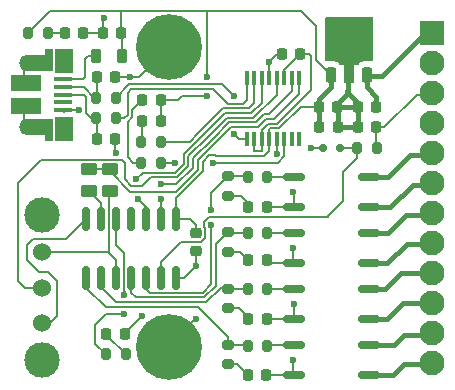
<source format=gbr>
%TF.GenerationSoftware,KiCad,Pcbnew,8.0.3*%
%TF.CreationDate,2024-09-20T11:12:46-04:00*%
%TF.ProjectId,Sequencer,53657175-656e-4636-9572-2e6b69636164,rev?*%
%TF.SameCoordinates,Original*%
%TF.FileFunction,Copper,L1,Top*%
%TF.FilePolarity,Positive*%
%FSLAX46Y46*%
G04 Gerber Fmt 4.6, Leading zero omitted, Abs format (unit mm)*
G04 Created by KiCad (PCBNEW 8.0.3) date 2024-09-20 11:12:46*
%MOMM*%
%LPD*%
G01*
G04 APERTURE LIST*
G04 Aperture macros list*
%AMRoundRect*
0 Rectangle with rounded corners*
0 $1 Rounding radius*
0 $2 $3 $4 $5 $6 $7 $8 $9 X,Y pos of 4 corners*
0 Add a 4 corners polygon primitive as box body*
4,1,4,$2,$3,$4,$5,$6,$7,$8,$9,$2,$3,0*
0 Add four circle primitives for the rounded corners*
1,1,$1+$1,$2,$3*
1,1,$1+$1,$4,$5*
1,1,$1+$1,$6,$7*
1,1,$1+$1,$8,$9*
0 Add four rect primitives between the rounded corners*
20,1,$1+$1,$2,$3,$4,$5,0*
20,1,$1+$1,$4,$5,$6,$7,0*
20,1,$1+$1,$6,$7,$8,$9,0*
20,1,$1+$1,$8,$9,$2,$3,0*%
%AMFreePoly0*
4,1,9,3.862500,-0.866500,0.737500,-0.866500,0.737500,-0.450000,-0.737500,-0.450000,-0.737500,0.450000,0.737500,0.450000,0.737500,0.866500,3.862500,0.866500,3.862500,-0.866500,3.862500,-0.866500,$1*%
G04 Aperture macros list end*
%TA.AperFunction,SMDPad,CuDef*%
%ADD10RoundRect,0.200000X-0.200000X-0.275000X0.200000X-0.275000X0.200000X0.275000X-0.200000X0.275000X0*%
%TD*%
%TA.AperFunction,SMDPad,CuDef*%
%ADD11RoundRect,0.250000X-0.450000X0.262500X-0.450000X-0.262500X0.450000X-0.262500X0.450000X0.262500X0*%
%TD*%
%TA.AperFunction,SMDPad,CuDef*%
%ADD12RoundRect,0.218750X0.218750X0.256250X-0.218750X0.256250X-0.218750X-0.256250X0.218750X-0.256250X0*%
%TD*%
%TA.AperFunction,SMDPad,CuDef*%
%ADD13RoundRect,0.225000X-0.225000X-0.250000X0.225000X-0.250000X0.225000X0.250000X-0.225000X0.250000X0*%
%TD*%
%TA.AperFunction,SMDPad,CuDef*%
%ADD14RoundRect,0.225000X0.225000X0.250000X-0.225000X0.250000X-0.225000X-0.250000X0.225000X-0.250000X0*%
%TD*%
%TA.AperFunction,SMDPad,CuDef*%
%ADD15RoundRect,0.150000X-0.750000X-0.150000X0.750000X-0.150000X0.750000X0.150000X-0.750000X0.150000X0*%
%TD*%
%TA.AperFunction,ComponentPad*%
%ADD16C,1.524000*%
%TD*%
%TA.AperFunction,ComponentPad*%
%ADD17C,3.000000*%
%TD*%
%TA.AperFunction,SMDPad,CuDef*%
%ADD18RoundRect,0.225000X-0.250000X0.225000X-0.250000X-0.225000X0.250000X-0.225000X0.250000X0.225000X0*%
%TD*%
%TA.AperFunction,SMDPad,CuDef*%
%ADD19R,1.650000X0.400000*%
%TD*%
%TA.AperFunction,SMDPad,CuDef*%
%ADD20R,0.700000X1.825000*%
%TD*%
%TA.AperFunction,SMDPad,CuDef*%
%ADD21R,1.500000X2.000000*%
%TD*%
%TA.AperFunction,SMDPad,CuDef*%
%ADD22R,2.000000X1.350000*%
%TD*%
%TA.AperFunction,ComponentPad*%
%ADD23O,1.700000X1.350000*%
%TD*%
%TA.AperFunction,ComponentPad*%
%ADD24O,1.500000X1.100000*%
%TD*%
%TA.AperFunction,SMDPad,CuDef*%
%ADD25R,2.500000X1.430000*%
%TD*%
%TA.AperFunction,SMDPad,CuDef*%
%ADD26RoundRect,0.200000X-0.275000X0.200000X-0.275000X-0.200000X0.275000X-0.200000X0.275000X0.200000X0*%
%TD*%
%TA.AperFunction,SMDPad,CuDef*%
%ADD27RoundRect,0.218750X-0.218750X-0.256250X0.218750X-0.256250X0.218750X0.256250X-0.218750X0.256250X0*%
%TD*%
%TA.AperFunction,SMDPad,CuDef*%
%ADD28RoundRect,0.218750X-0.218750X-0.381250X0.218750X-0.381250X0.218750X0.381250X-0.218750X0.381250X0*%
%TD*%
%TA.AperFunction,SMDPad,CuDef*%
%ADD29RoundRect,0.225000X0.225000X-0.425000X0.225000X0.425000X-0.225000X0.425000X-0.225000X-0.425000X0*%
%TD*%
%TA.AperFunction,SMDPad,CuDef*%
%ADD30FreePoly0,90.000000*%
%TD*%
%TA.AperFunction,SMDPad,CuDef*%
%ADD31RoundRect,0.200000X0.200000X0.275000X-0.200000X0.275000X-0.200000X-0.275000X0.200000X-0.275000X0*%
%TD*%
%TA.AperFunction,SMDPad,CuDef*%
%ADD32R,0.400000X1.200000*%
%TD*%
%TA.AperFunction,SMDPad,CuDef*%
%ADD33RoundRect,0.150000X-0.150000X-0.200000X0.150000X-0.200000X0.150000X0.200000X-0.150000X0.200000X0*%
%TD*%
%TA.AperFunction,SMDPad,CuDef*%
%ADD34RoundRect,0.150000X-0.150000X0.825000X-0.150000X-0.825000X0.150000X-0.825000X0.150000X0.825000X0*%
%TD*%
%TA.AperFunction,ComponentPad*%
%ADD35R,2.100000X2.100000*%
%TD*%
%TA.AperFunction,ComponentPad*%
%ADD36C,2.100000*%
%TD*%
%TA.AperFunction,ViaPad*%
%ADD37C,0.600000*%
%TD*%
%TA.AperFunction,ViaPad*%
%ADD38C,5.560000*%
%TD*%
%TA.AperFunction,Conductor*%
%ADD39C,0.200000*%
%TD*%
%TA.AperFunction,Conductor*%
%ADD40C,0.400000*%
%TD*%
G04 APERTURE END LIST*
D10*
%TO.P,R17,1*%
%TO.N,/LED*%
X147675000Y-79000000D03*
%TO.P,R17,2*%
%TO.N,Net-(D9-A)*%
X149325000Y-79000000D03*
%TD*%
D11*
%TO.P,R12,1*%
%TO.N,/SER_TXD*%
X146250000Y-63337500D03*
%TO.P,R12,2*%
%TO.N,/MCU_RXD*%
X146250000Y-65162500D03*
%TD*%
%TO.P,R11,1*%
%TO.N,/SER_TXD*%
X148000000Y-63337500D03*
%TO.P,R11,2*%
%TO.N,/UPDI*%
X148000000Y-65162500D03*
%TD*%
D12*
%TO.P,D9,1,K*%
%TO.N,GND*%
X149287500Y-77250000D03*
%TO.P,D9,2,A*%
%TO.N,Net-(D9-A)*%
X147712500Y-77250000D03*
%TD*%
D13*
%TO.P,C2,1*%
%TO.N,/5V*%
X165745000Y-59758749D03*
%TO.P,C2,2*%
%TO.N,GND*%
X167295000Y-59758749D03*
%TD*%
D14*
%TO.P,C4,1*%
%TO.N,/12V*%
X170545000Y-58008749D03*
%TO.P,C4,2*%
%TO.N,GND*%
X168995000Y-58008749D03*
%TD*%
D15*
%TO.P,U4,1*%
%TO.N,Net-(R3-Pad2)*%
X163600000Y-73480000D03*
%TO.P,U4,2*%
%TO.N,GND*%
X163600000Y-76020000D03*
%TO.P,U4,3*%
%TO.N,Net-(J1-Pin_10)*%
X169900000Y-76020000D03*
%TO.P,U4,4*%
%TO.N,Net-(J1-Pin_9)*%
X169900000Y-73480000D03*
%TD*%
D16*
%TO.P,SW1,1,A*%
%TO.N,/UPDI*%
X142250000Y-70350000D03*
%TO.P,SW1,2,B*%
%TO.N,/SER_RXD*%
X142250000Y-73350000D03*
%TO.P,SW1,3,C*%
%TO.N,/MCU_TXD*%
X142250000Y-76350000D03*
D17*
%TO.P,SW1,4,Frame*%
%TO.N,GND*%
X142250000Y-67200000D03*
X142250000Y-79500000D03*
%TD*%
D18*
%TO.P,C9,1*%
%TO.N,/5V*%
X155250000Y-68725000D03*
%TO.P,C9,2*%
%TO.N,GND*%
X155250000Y-70275000D03*
%TD*%
D19*
%TO.P,J2,1,VBUS*%
%TO.N,Net-(J2-VBUS)*%
X144015000Y-55716647D03*
%TO.P,J2,2,D-*%
%TO.N,/D-*%
X144015000Y-56366647D03*
%TO.P,J2,3,D+*%
%TO.N,/D+*%
X144015000Y-57016647D03*
%TO.P,J2,4,ID*%
%TO.N,unconnected-(J2-ID-Pad4)*%
X144015000Y-57666647D03*
%TO.P,J2,5,GND*%
%TO.N,GND*%
X144015000Y-58316647D03*
D20*
%TO.P,J2,6,Shield*%
X142815000Y-54066647D03*
D21*
X144115000Y-54166647D03*
D22*
X142065000Y-54286647D03*
D23*
X141135000Y-54286647D03*
D24*
X144135000Y-54596647D03*
D25*
X140865000Y-56056647D03*
X140865000Y-57976647D03*
D24*
X144135000Y-59436647D03*
D23*
X141135000Y-59746647D03*
D22*
X142065000Y-59766647D03*
D21*
X144135000Y-59916647D03*
D20*
X142815000Y-60016647D03*
%TD*%
D15*
%TO.P,U5,1*%
%TO.N,Net-(R4-Pad2)*%
X163600000Y-78230000D03*
%TO.P,U5,2*%
%TO.N,GND*%
X163600000Y-80770000D03*
%TO.P,U5,3*%
%TO.N,Net-(J1-Pin_12)*%
X169900000Y-80770000D03*
%TO.P,U5,4*%
%TO.N,Net-(J1-Pin_11)*%
X169900000Y-78230000D03*
%TD*%
D26*
%TO.P,R6,1*%
%TO.N,/SEQ2*%
X158000000Y-68675000D03*
%TO.P,R6,2*%
%TO.N,Net-(D2-A)*%
X158000000Y-70325000D03*
%TD*%
D13*
%TO.P,C1,1*%
%TO.N,/D-*%
X146905000Y-55520000D03*
%TO.P,C1,2*%
%TO.N,GND*%
X148455000Y-55520000D03*
%TD*%
D12*
%TO.P,D3,1,K*%
%TO.N,GND*%
X161287500Y-76000000D03*
%TO.P,D3,2,A*%
%TO.N,Net-(D3-A)*%
X159712500Y-76000000D03*
%TD*%
D10*
%TO.P,R1,1*%
%TO.N,/SEQ1*%
X159675000Y-64000000D03*
%TO.P,R1,2*%
%TO.N,Net-(R1-Pad2)*%
X161325000Y-64000000D03*
%TD*%
D27*
%TO.P,D8,1,K*%
%TO.N,Net-(D8-K)*%
X150712500Y-59250000D03*
%TO.P,D8,2,A*%
%TO.N,/5V*%
X152287500Y-59250000D03*
%TD*%
D28*
%TO.P,FB1,1*%
%TO.N,Net-(J2-VBUS)*%
X146867500Y-53770000D03*
%TO.P,FB1,2*%
%TO.N,/5V*%
X148992500Y-53770000D03*
%TD*%
D27*
%TO.P,D7,1,K*%
%TO.N,Net-(D7-K)*%
X150712500Y-57500000D03*
%TO.P,D7,2,A*%
%TO.N,/5V*%
X152287500Y-57500000D03*
%TD*%
D12*
%TO.P,D6,1,K*%
%TO.N,GND*%
X145750000Y-51750000D03*
%TO.P,D6,2,A*%
%TO.N,Net-(D6-A)*%
X144175000Y-51750000D03*
%TD*%
D29*
%TO.P,U6,1,OUT*%
%TO.N,/5V*%
X166750000Y-55339374D03*
D30*
%TO.P,U6,2,GND*%
%TO.N,GND*%
X168250000Y-55251874D03*
D29*
%TO.P,U6,3,IN*%
%TO.N,/12V*%
X169750000Y-55339374D03*
%TD*%
D31*
%TO.P,R16,1*%
%TO.N,/TXLED{slash}*%
X152325000Y-61000000D03*
%TO.P,R16,2*%
%TO.N,Net-(D8-K)*%
X150675000Y-61000000D03*
%TD*%
%TO.P,R15,1*%
%TO.N,/RXLED{slash}*%
X152325000Y-62750000D03*
%TO.P,R15,2*%
%TO.N,Net-(D7-K)*%
X150675000Y-62750000D03*
%TD*%
D26*
%TO.P,R8,1*%
%TO.N,/SEQ4*%
X158000000Y-78175000D03*
%TO.P,R8,2*%
%TO.N,Net-(D4-A)*%
X158000000Y-79825000D03*
%TD*%
D31*
%TO.P,R14,1*%
%TO.N,/D+M*%
X148505000Y-59020000D03*
%TO.P,R14,2*%
%TO.N,/D+*%
X146855000Y-59020000D03*
%TD*%
D32*
%TO.P,U7,1,TXD*%
%TO.N,/SER_TXD*%
X164020000Y-55558749D03*
%TO.P,U7,2,~{RTS}*%
%TO.N,/RTS\u005C*%
X163385000Y-55558749D03*
%TO.P,U7,3,VCCIO*%
%TO.N,/3V3*%
X162750000Y-55558749D03*
%TO.P,U7,4,RXD*%
%TO.N,/SER_RXD*%
X162115000Y-55558749D03*
%TO.P,U7,5,GND*%
%TO.N,GND*%
X161480000Y-55558749D03*
%TO.P,U7,6,~{CTS}*%
%TO.N,/CTS\u005C*%
X160845000Y-55558749D03*
%TO.P,U7,7,CBUS2*%
%TO.N,/TXLED{slash}*%
X160210000Y-55558749D03*
%TO.P,U7,8,USBDP*%
%TO.N,/D+M*%
X159575000Y-55558749D03*
%TO.P,U7,9,USBDM*%
%TO.N,/D-M*%
X159575000Y-60758749D03*
%TO.P,U7,10,3V3OUT*%
%TO.N,/3V3*%
X160210000Y-60758749D03*
%TO.P,U7,11,~{RESET}*%
X160845000Y-60758749D03*
%TO.P,U7,12,VCC*%
%TO.N,/5V*%
X161480000Y-60758749D03*
%TO.P,U7,13,GND*%
%TO.N,GND*%
X162115000Y-60758749D03*
%TO.P,U7,14,CBUS1*%
%TO.N,/RXLED{slash}*%
X162750000Y-60758749D03*
%TO.P,U7,15,CBUS0*%
%TO.N,/TXDEN*%
X163385000Y-60758749D03*
%TO.P,U7,16,CBUS3*%
%TO.N,/SLEEP{slash}*%
X164020000Y-60758749D03*
%TD*%
D31*
%TO.P,R9,1*%
%TO.N,/KEY_IN*%
X170595000Y-61508749D03*
%TO.P,R9,2*%
%TO.N,/KEY_MCU*%
X168945000Y-61508749D03*
%TD*%
D26*
%TO.P,R7,1*%
%TO.N,/SEQ3*%
X158000000Y-73425000D03*
%TO.P,R7,2*%
%TO.N,Net-(D3-A)*%
X158000000Y-75075000D03*
%TD*%
D13*
%TO.P,C5,1*%
%TO.N,/D+*%
X146905000Y-60770000D03*
%TO.P,C5,2*%
%TO.N,GND*%
X148455000Y-60770000D03*
%TD*%
D12*
%TO.P,D1,1,K*%
%TO.N,GND*%
X161287500Y-66500000D03*
%TO.P,D1,2,A*%
%TO.N,Net-(D1-A)*%
X159712500Y-66500000D03*
%TD*%
%TO.P,D4,1,K*%
%TO.N,GND*%
X161250000Y-80750000D03*
%TO.P,D4,2,A*%
%TO.N,Net-(D4-A)*%
X159675000Y-80750000D03*
%TD*%
D14*
%TO.P,C7,1*%
%TO.N,/3V3*%
X164125000Y-53558749D03*
%TO.P,C7,2*%
%TO.N,GND*%
X162575000Y-53558749D03*
%TD*%
D33*
%TO.P,D5,1,K*%
%TO.N,/KEY_MCU*%
X167470000Y-61508749D03*
%TO.P,D5,2,A*%
%TO.N,GND*%
X166070000Y-61508749D03*
%TD*%
D12*
%TO.P,D2,1,K*%
%TO.N,GND*%
X161287500Y-71000000D03*
%TO.P,D2,2,A*%
%TO.N,Net-(D2-A)*%
X159712500Y-71000000D03*
%TD*%
D26*
%TO.P,R5,1*%
%TO.N,/SEQ1*%
X158000000Y-63925000D03*
%TO.P,R5,2*%
%TO.N,Net-(D1-A)*%
X158000000Y-65575000D03*
%TD*%
D10*
%TO.P,R2,1*%
%TO.N,/SEQ2*%
X159675000Y-68750000D03*
%TO.P,R2,2*%
%TO.N,Net-(R2-Pad2)*%
X161325000Y-68750000D03*
%TD*%
D31*
%TO.P,R10,1*%
%TO.N,Net-(D6-A)*%
X142750000Y-51750000D03*
%TO.P,R10,2*%
%TO.N,/5V*%
X141100000Y-51750000D03*
%TD*%
D15*
%TO.P,U2,1*%
%TO.N,Net-(R1-Pad2)*%
X163600000Y-63980000D03*
%TO.P,U2,2*%
%TO.N,GND*%
X163600000Y-66520000D03*
%TO.P,U2,3*%
%TO.N,Net-(J1-Pin_6)*%
X169900000Y-66520000D03*
%TO.P,U2,4*%
%TO.N,Net-(J1-Pin_5)*%
X169900000Y-63980000D03*
%TD*%
D13*
%TO.P,C3,1*%
%TO.N,/5V*%
X165720000Y-58008749D03*
%TO.P,C3,2*%
%TO.N,GND*%
X167270000Y-58008749D03*
%TD*%
D14*
%TO.P,C8,1*%
%TO.N,/5V*%
X148955000Y-51770000D03*
%TO.P,C8,2*%
%TO.N,GND*%
X147405000Y-51770000D03*
%TD*%
D34*
%TO.P,U1,1,VCC*%
%TO.N,/5V*%
X153580000Y-67550000D03*
%TO.P,U1,2,PA4*%
%TO.N,/RTS\u005C*%
X152310000Y-67550000D03*
%TO.P,U1,3,PA5*%
%TO.N,/CTS\u005C*%
X151040000Y-67550000D03*
%TO.P,U1,4,PA6*%
%TO.N,unconnected-(U1-PA6-Pad4)*%
X149770000Y-67550000D03*
%TO.P,U1,5,PA7*%
%TO.N,/LED*%
X148500000Y-67550000D03*
%TO.P,U1,6,PB3*%
%TO.N,/MCU_RXD*%
X147230000Y-67550000D03*
%TO.P,U1,7,PB2*%
%TO.N,/MCU_TXD*%
X145960000Y-67550000D03*
%TO.P,U1,8,PB1*%
%TO.N,/SEQ4*%
X145960000Y-72500000D03*
%TO.P,U1,9,PB0*%
%TO.N,/SEQ3*%
X147230000Y-72500000D03*
%TO.P,U1,10,~{RESET}/PA0*%
%TO.N,/UPDI*%
X148500000Y-72500000D03*
%TO.P,U1,11,PA1*%
%TO.N,/SEQ2*%
X149770000Y-72500000D03*
%TO.P,U1,12,PA2*%
%TO.N,/SEQ1*%
X151040000Y-72500000D03*
%TO.P,U1,13,PA3*%
%TO.N,/KEY_MCU*%
X152310000Y-72500000D03*
%TO.P,U1,14,GND*%
%TO.N,GND*%
X153580000Y-72500000D03*
%TD*%
D31*
%TO.P,R13,1*%
%TO.N,/D-M*%
X148505000Y-57270000D03*
%TO.P,R13,2*%
%TO.N,/D-*%
X146855000Y-57270000D03*
%TD*%
D15*
%TO.P,U3,1*%
%TO.N,Net-(R2-Pad2)*%
X163600000Y-68730000D03*
%TO.P,U3,2*%
%TO.N,GND*%
X163600000Y-71270000D03*
%TO.P,U3,3*%
%TO.N,Net-(J1-Pin_8)*%
X169900000Y-71270000D03*
%TO.P,U3,4*%
%TO.N,Net-(J1-Pin_7)*%
X169900000Y-68730000D03*
%TD*%
D10*
%TO.P,R3,1*%
%TO.N,/SEQ3*%
X159675000Y-73500000D03*
%TO.P,R3,2*%
%TO.N,Net-(R3-Pad2)*%
X161325000Y-73500000D03*
%TD*%
%TO.P,R4,1*%
%TO.N,/SEQ4*%
X159675000Y-78250000D03*
%TO.P,R4,2*%
%TO.N,Net-(R4-Pad2)*%
X161325000Y-78250000D03*
%TD*%
D14*
%TO.P,C6,1*%
%TO.N,/KEY_IN*%
X170545000Y-59758749D03*
%TO.P,C6,2*%
%TO.N,GND*%
X168995000Y-59758749D03*
%TD*%
D35*
%TO.P,J1,1,Pin_1*%
%TO.N,/12V*%
X175250000Y-51810000D03*
D36*
%TO.P,J1,2,Pin_2*%
%TO.N,GND*%
X175250000Y-54350000D03*
%TO.P,J1,3,Pin_3*%
%TO.N,/KEY_IN*%
X175250000Y-56890000D03*
%TO.P,J1,4,Pin_4*%
%TO.N,GND*%
X175250000Y-59430000D03*
%TO.P,J1,5,Pin_5*%
%TO.N,Net-(J1-Pin_5)*%
X175250000Y-61970000D03*
%TO.P,J1,6,Pin_6*%
%TO.N,Net-(J1-Pin_6)*%
X175250000Y-64510000D03*
%TO.P,J1,7,Pin_7*%
%TO.N,Net-(J1-Pin_7)*%
X175250000Y-67050000D03*
%TO.P,J1,8,Pin_8*%
%TO.N,Net-(J1-Pin_8)*%
X175250000Y-69590000D03*
%TO.P,J1,9,Pin_9*%
%TO.N,Net-(J1-Pin_9)*%
X175250000Y-72130000D03*
%TO.P,J1,10,Pin_10*%
%TO.N,Net-(J1-Pin_10)*%
X175250000Y-74670000D03*
%TO.P,J1,11,Pin_11*%
%TO.N,Net-(J1-Pin_11)*%
X175250000Y-77210000D03*
%TO.P,J1,12,Pin_12*%
%TO.N,Net-(J1-Pin_12)*%
X175250000Y-79750000D03*
%TD*%
D37*
%TO.N,/LED*%
X149181395Y-75600000D03*
X149181395Y-73975000D03*
%TO.N,GND*%
X150750000Y-75750000D03*
X145400000Y-58320000D03*
%TO.N,/5V*%
X156250000Y-57120000D03*
X156250000Y-55520000D03*
%TO.N,/RXLED{slash}*%
X156741251Y-62750000D03*
X153500000Y-62750000D03*
%TO.N,GND*%
X155250000Y-76000000D03*
%TO.N,/CTS\u005C*%
X150250000Y-64150000D03*
X150375000Y-65875000D03*
%TO.N,/RTS\u005C*%
X152310000Y-64610000D03*
X152310000Y-65810000D03*
%TO.N,GND*%
X163500000Y-65250000D03*
X168250000Y-50889374D03*
X166750000Y-51639374D03*
X148500000Y-61950000D03*
X169750000Y-51639374D03*
X169750000Y-53889374D03*
X163600000Y-74750000D03*
X168149374Y-56879374D03*
X162133973Y-62008749D03*
X155250000Y-71500000D03*
X166750000Y-52389374D03*
X166750000Y-53139374D03*
X163505000Y-70000000D03*
X147500000Y-50500000D03*
X167500000Y-50889374D03*
X165020000Y-61508749D03*
X169750000Y-53139374D03*
X161480000Y-54241249D03*
X149680000Y-55520000D03*
X169750000Y-52389374D03*
D38*
X153000000Y-78400000D03*
D37*
X166750000Y-53889374D03*
X163500000Y-79500000D03*
X169000000Y-50889374D03*
D38*
X153000000Y-53000000D03*
D37*
%TO.N,/SEQ1*%
X156600000Y-66750000D03*
X156600000Y-68037865D03*
%TO.N,/D-M*%
X158520000Y-57150000D03*
X158520000Y-60358749D03*
%TD*%
D39*
%TO.N,/LED*%
X149181395Y-75600000D02*
X147650000Y-75600000D01*
X147650000Y-75600000D02*
X146750000Y-76500000D01*
X146750000Y-76500000D02*
X146750000Y-78075000D01*
X146750000Y-78075000D02*
X147675000Y-79000000D01*
X149250000Y-73906395D02*
X149250000Y-73750000D01*
X149250000Y-73750000D02*
X149170000Y-73670000D01*
X149181395Y-73975000D02*
X149250000Y-73906395D01*
X149170000Y-73670000D02*
X149170000Y-70420000D01*
X149170000Y-70420000D02*
X148500000Y-69750000D01*
X148500000Y-69750000D02*
X148500000Y-67550000D01*
%TO.N,GND*%
X149287500Y-77250000D02*
X149287500Y-77212500D01*
X149287500Y-77212500D02*
X150750000Y-75750000D01*
%TO.N,Net-(D9-A)*%
X147712500Y-77250000D02*
X147712500Y-77387500D01*
X147712500Y-77387500D02*
X149325000Y-79000000D01*
%TO.N,GND*%
X155250000Y-76000000D02*
X155200000Y-76000000D01*
X155200000Y-76000000D02*
X152900000Y-78300000D01*
X152900000Y-78300000D02*
X152900000Y-78500000D01*
%TO.N,/D+M*%
X148505000Y-59020000D02*
X149230000Y-59020000D01*
X149230000Y-59020000D02*
X149500000Y-58750000D01*
X156770000Y-56520000D02*
X158008749Y-57758749D01*
X149500000Y-58750000D02*
X149500000Y-56840686D01*
X149500000Y-56840686D02*
X149820686Y-56520000D01*
X149820686Y-56520000D02*
X156770000Y-56520000D01*
X158008749Y-57758749D02*
X159241251Y-57758749D01*
X159241251Y-57758749D02*
X159575000Y-57425000D01*
X159575000Y-57425000D02*
X159575000Y-55558749D01*
%TO.N,/5V*%
X161480000Y-60758749D02*
X161480000Y-61770000D01*
X155850000Y-62728430D02*
X155850000Y-63511273D01*
X161480000Y-61770000D02*
X161091251Y-62158749D01*
X161091251Y-62158749D02*
X156998529Y-62158749D01*
X156998529Y-62158749D02*
X156989780Y-62150000D01*
X156989780Y-62150000D02*
X156428430Y-62150000D01*
X156428430Y-62150000D02*
X155850000Y-62728430D01*
X155850000Y-63511273D02*
X153580000Y-65781273D01*
X153580000Y-65781273D02*
X153580000Y-67550000D01*
%TO.N,/RXLED{slash}*%
X156741251Y-62750000D02*
X156750000Y-62758749D01*
X156750000Y-62758749D02*
X162232502Y-62758749D01*
X162232502Y-62758749D02*
X162750000Y-62241251D01*
X162750000Y-62241251D02*
X162750000Y-60758749D01*
%TO.N,/SER_TXD*%
X148000000Y-63337500D02*
X148000000Y-63500000D01*
X149710000Y-65210000D02*
X153585587Y-65210000D01*
X160548628Y-59758749D02*
X161248628Y-59058749D01*
X148000000Y-63500000D02*
X149710000Y-65210000D01*
X153585587Y-65210000D02*
X155450000Y-63345587D01*
X158241251Y-59758749D02*
X160548628Y-59758749D01*
X155450000Y-63345587D02*
X155450000Y-62562744D01*
X157100000Y-60900000D02*
X158241251Y-59758749D01*
X155450000Y-62562744D02*
X157100000Y-60912744D01*
X157100000Y-60912744D02*
X157100000Y-60900000D01*
X161877942Y-59058749D02*
X164020000Y-56916691D01*
X161248628Y-59058749D02*
X161877942Y-59058749D01*
X164020000Y-56916691D02*
X164020000Y-55558749D01*
%TO.N,/RTS\u005C*%
X152310000Y-64610000D02*
X153619901Y-64610000D01*
X153619901Y-64610000D02*
X155050000Y-63179901D01*
X155050000Y-63179901D02*
X155050000Y-62397058D01*
X156700000Y-60734314D02*
X158075565Y-59358749D01*
X158075565Y-59358749D02*
X160382942Y-59358749D01*
X155050000Y-62397058D02*
X156700000Y-60747058D01*
X156700000Y-60747058D02*
X156700000Y-60734314D01*
X160382942Y-59358749D02*
X161082942Y-58658749D01*
X161082942Y-58658749D02*
X161450000Y-58658749D01*
X161450000Y-58658749D02*
X163385000Y-56723749D01*
X163385000Y-56723749D02*
X163385000Y-55558749D01*
%TO.N,/SER_RXD*%
X154650000Y-63014215D02*
X154650000Y-62231372D01*
X149250000Y-64184314D02*
X149815686Y-64750000D01*
X142200000Y-62550000D02*
X149000000Y-62550000D01*
X149250000Y-62800000D02*
X149250000Y-64184314D01*
X140250000Y-64500000D02*
X142200000Y-62550000D01*
X153664215Y-64000000D02*
X154650000Y-63014215D01*
X149000000Y-62550000D02*
X149250000Y-62800000D01*
X149815686Y-64750000D02*
X150750000Y-64750000D01*
X140250000Y-72750000D02*
X140250000Y-64500000D01*
X150750000Y-64750000D02*
X151500000Y-64000000D01*
X140850000Y-73350000D02*
X140250000Y-72750000D01*
X151500000Y-64000000D02*
X153664215Y-64000000D01*
X142250000Y-73350000D02*
X140850000Y-73350000D01*
X154650000Y-62231372D02*
X156300000Y-60581372D01*
X156300000Y-60581372D02*
X156300000Y-60568628D01*
X156300000Y-60568628D02*
X157909879Y-58958749D01*
X157909879Y-58958749D02*
X160150000Y-58958749D01*
X160150000Y-58958749D02*
X162115000Y-56993749D01*
X162115000Y-56993749D02*
X162115000Y-55558749D01*
%TO.N,/CTS\u005C*%
X150250000Y-64150000D02*
X150800000Y-63600000D01*
X150800000Y-63600000D02*
X153498529Y-63600000D01*
X154250000Y-62848529D02*
X154250000Y-62065686D01*
X153498529Y-63600000D02*
X154250000Y-62848529D01*
X154250000Y-62065686D02*
X155900000Y-60415686D01*
X155900000Y-60415686D02*
X155900000Y-60402942D01*
X155900000Y-60402942D02*
X157744193Y-58558749D01*
X159970000Y-58558749D02*
X160845000Y-57683749D01*
X157744193Y-58558749D02*
X159970000Y-58558749D01*
X160845000Y-57683749D02*
X160845000Y-55558749D01*
%TO.N,/RXLED{slash}*%
X153500000Y-62750000D02*
X152325000Y-62750000D01*
%TO.N,Net-(D7-K)*%
X149900000Y-58312500D02*
X150712500Y-57500000D01*
X149900000Y-58915686D02*
X149900000Y-58312500D01*
X150675000Y-62750000D02*
X150000000Y-62750000D01*
X150000000Y-62750000D02*
X149500000Y-62250000D01*
X149500000Y-62250000D02*
X149500000Y-59315686D01*
X149500000Y-59315686D02*
X149900000Y-58915686D01*
%TO.N,/TXLED{slash}*%
X160210000Y-55558749D02*
X160210000Y-57753063D01*
X160210000Y-57753063D02*
X159804314Y-58158749D01*
%TO.N,Net-(D8-K)*%
X150675000Y-61000000D02*
X150712500Y-60962500D01*
%TO.N,/TXLED{slash}*%
X159804314Y-58158749D02*
X157578507Y-58158749D01*
X157578507Y-58158749D02*
X155500000Y-60237256D01*
X155500000Y-60250000D02*
X154750000Y-61000000D01*
X155500000Y-60237256D02*
X155500000Y-60250000D01*
X154750000Y-61000000D02*
X152325000Y-61000000D01*
%TO.N,Net-(D8-K)*%
X150712500Y-60962500D02*
X150712500Y-59250000D01*
%TO.N,/5V*%
X152287500Y-57500000D02*
X152287500Y-59250000D01*
%TO.N,GND*%
X148500000Y-61950000D02*
X148455000Y-61905000D01*
X148455000Y-61905000D02*
X148455000Y-60770000D01*
%TO.N,/5V*%
X156250000Y-57120000D02*
X154130000Y-57120000D01*
X154130000Y-57120000D02*
X153750000Y-57500000D01*
X153750000Y-57500000D02*
X152287500Y-57500000D01*
%TO.N,/SEQ4*%
X146000000Y-73000000D02*
X146000000Y-73345552D01*
X146000000Y-73345552D02*
X147654448Y-75000000D01*
X147654448Y-75000000D02*
X155500000Y-75000000D01*
X155500000Y-75000000D02*
X158000000Y-77500000D01*
X158000000Y-77500000D02*
X158000000Y-78175000D01*
%TO.N,/SEQ3*%
X147230000Y-72500000D02*
X147230000Y-73305552D01*
X147230000Y-73305552D02*
X148499448Y-74575000D01*
X148499448Y-74575000D02*
X156175000Y-74575000D01*
X156175000Y-74575000D02*
X157400000Y-73350000D01*
X157400000Y-73350000D02*
X158175000Y-73350000D01*
%TO.N,/SEQ2*%
X149810000Y-72450000D02*
X149810000Y-73790000D01*
X157925000Y-68750000D02*
X159675000Y-68750000D01*
X149810000Y-73790000D02*
X150195000Y-74175000D01*
X150195000Y-74175000D02*
X156009315Y-74175000D01*
X156009315Y-74175000D02*
X157000000Y-73184315D01*
X157000000Y-73184315D02*
X157000000Y-69675000D01*
X157000000Y-69675000D02*
X157925000Y-68750000D01*
%TO.N,/SEQ1*%
X156600000Y-68037865D02*
X156600000Y-73018629D01*
X156600000Y-73018629D02*
X155843629Y-73775000D01*
X155843629Y-73775000D02*
X151430001Y-73775000D01*
X151430001Y-73775000D02*
X151080000Y-73424999D01*
X151080000Y-73424999D02*
X151080000Y-72450000D01*
%TO.N,GND*%
X145400000Y-58320000D02*
X143630000Y-58320000D01*
%TO.N,/D+*%
X143630000Y-57020000D02*
X145798529Y-57020000D01*
X146430000Y-59020000D02*
X146855000Y-59020000D01*
X145798529Y-57020000D02*
X146000000Y-57221471D01*
X146000000Y-57221471D02*
X146000000Y-58590000D01*
X146000000Y-58590000D02*
X146430000Y-59020000D01*
%TO.N,GND*%
X140750000Y-59750000D02*
X140750000Y-58250000D01*
X140750000Y-58250000D02*
X140480000Y-57980000D01*
X140750000Y-54290000D02*
X140750000Y-55790000D01*
X140750000Y-55790000D02*
X140480000Y-56060000D01*
%TO.N,/D-*%
X143630000Y-56370000D02*
X145780000Y-56370000D01*
X145780000Y-56370000D02*
X146680000Y-57270000D01*
X146680000Y-57270000D02*
X146855000Y-57270000D01*
%TO.N,Net-(J2-VBUS)*%
X146867500Y-53770000D02*
X146180000Y-53770000D01*
X146180000Y-53770000D02*
X145930000Y-54020000D01*
X145930000Y-54020000D02*
X145930000Y-55520000D01*
X145930000Y-55520000D02*
X145730000Y-55720000D01*
X145730000Y-55720000D02*
X143630000Y-55720000D01*
%TO.N,GND*%
X144135000Y-58440000D02*
X144015000Y-58320000D01*
X149680000Y-55520000D02*
X150480000Y-55520000D01*
X150480000Y-55520000D02*
X153000000Y-53000000D01*
%TO.N,/5V*%
X156250000Y-55520000D02*
X156250000Y-49900000D01*
X156250000Y-49900000D02*
X164161251Y-49900000D01*
X148955000Y-49900000D02*
X156250000Y-49900000D01*
%TO.N,/3V3*%
X160210000Y-60758749D02*
X160210000Y-61750000D01*
X160845000Y-60758749D02*
X160845000Y-61750000D01*
X160845000Y-61750000D02*
X160836251Y-61758749D01*
X160836251Y-61758749D02*
X160218749Y-61758749D01*
X160218749Y-61758749D02*
X160210000Y-61750000D01*
%TO.N,/D-M*%
X158520000Y-57150000D02*
X157490000Y-56120000D01*
X157490000Y-56120000D02*
X149655000Y-56120000D01*
X149655000Y-56120000D02*
X148505000Y-57270000D01*
%TO.N,/CTS\u005C*%
X151040000Y-66540000D02*
X151040000Y-67550000D01*
X150375000Y-65875000D02*
X151040000Y-66540000D01*
%TO.N,Net-(D2-A)*%
X158000000Y-70325000D02*
X159037500Y-70325000D01*
X159037500Y-70325000D02*
X159712500Y-71000000D01*
%TO.N,/SEQ1*%
X156600000Y-65325000D02*
X158000000Y-63925000D01*
X156600000Y-66750000D02*
X156600000Y-65325000D01*
%TO.N,/KEY_MCU*%
X167750000Y-66000000D02*
X167750000Y-63528749D01*
X156000000Y-67750000D02*
X156400000Y-67350000D01*
X156025000Y-69175000D02*
X156025000Y-68276304D01*
X166450000Y-67350000D02*
X166475000Y-67325000D01*
X156000000Y-68251304D02*
X156000000Y-67750000D01*
X156400000Y-67350000D02*
X166450000Y-67350000D01*
X166475000Y-67325000D02*
X166475000Y-67275000D01*
X154025000Y-69475000D02*
X155725000Y-69475000D01*
X166475000Y-67275000D02*
X167750000Y-66000000D01*
X155725000Y-69475000D02*
X156025000Y-69175000D01*
X152310000Y-71190000D02*
X154025000Y-69475000D01*
X156025000Y-68276304D02*
X156000000Y-68251304D01*
X152310000Y-72500000D02*
X152310000Y-71190000D01*
X167750000Y-63528749D02*
X168945000Y-62333749D01*
%TO.N,/5V*%
X164161251Y-49900000D02*
X165420000Y-51158749D01*
X165420000Y-51158749D02*
X165420000Y-51758749D01*
X141100000Y-51750000D02*
X142950000Y-49900000D01*
X142950000Y-49900000D02*
X148955000Y-49900000D01*
X148955000Y-49900000D02*
X148955000Y-50545000D01*
D40*
%TO.N,GND*%
X168149374Y-56879374D02*
X168149374Y-55352500D01*
X168149374Y-55352500D02*
X168250000Y-55251874D01*
X168149374Y-56879374D02*
X168995000Y-57725000D01*
X168995000Y-57725000D02*
X168995000Y-58008749D01*
X168149374Y-56879374D02*
X167270000Y-57758748D01*
X167270000Y-57758748D02*
X167270000Y-58008749D01*
%TO.N,/12V*%
X170545000Y-58008749D02*
X170545000Y-57177499D01*
X170545000Y-57177499D02*
X169750000Y-56382499D01*
%TO.N,/5V*%
X166750000Y-56360625D02*
X165720000Y-57390625D01*
X165720000Y-57390625D02*
X165720000Y-58008749D01*
X166750000Y-55639374D02*
X166750000Y-56360625D01*
%TO.N,/12V*%
X169750000Y-56382499D02*
X169750000Y-55339374D01*
X169770000Y-55458749D02*
X171041251Y-55458749D01*
X171041251Y-55458749D02*
X174690000Y-51810000D01*
X174690000Y-51810000D02*
X175250000Y-51810000D01*
D39*
%TO.N,/KEY_IN*%
X175000000Y-57000000D02*
X174000000Y-57000000D01*
X174000000Y-57000000D02*
X171241251Y-59758749D01*
X171241251Y-59758749D02*
X170545000Y-59758749D01*
%TO.N,/SEQ1*%
X158000000Y-63925000D02*
X159600000Y-63925000D01*
%TO.N,Net-(D1-A)*%
X159075000Y-65575000D02*
X158000000Y-65575000D01*
%TO.N,/SEQ1*%
X159600000Y-63925000D02*
X159675000Y-64000000D01*
%TO.N,Net-(D1-A)*%
X159712500Y-66500000D02*
X159712500Y-66212500D01*
X159712500Y-66212500D02*
X159075000Y-65575000D01*
%TO.N,Net-(R1-Pad2)*%
X161325000Y-64000000D02*
X161345000Y-63980000D01*
X161345000Y-63980000D02*
X163600000Y-63980000D01*
%TO.N,GND*%
X163580000Y-66500000D02*
X161287500Y-66500000D01*
X163600000Y-66520000D02*
X163580000Y-66500000D01*
D40*
%TO.N,Net-(J1-Pin_5)*%
X169900000Y-63980000D02*
X171520000Y-63980000D01*
X171520000Y-63980000D02*
X173420000Y-62080000D01*
X173420000Y-62080000D02*
X175000000Y-62080000D01*
%TO.N,Net-(J1-Pin_6)*%
X169900000Y-66520000D02*
X171730000Y-66520000D01*
X171730000Y-66520000D02*
X173630000Y-64620000D01*
X173630000Y-64620000D02*
X175000000Y-64620000D01*
D39*
%TO.N,GND*%
X163600000Y-65350000D02*
X163600000Y-66520000D01*
X163500000Y-65250000D02*
X163600000Y-65350000D01*
%TO.N,Net-(D3-A)*%
X158000000Y-75075000D02*
X158925000Y-75075000D01*
%TO.N,/SEQ3*%
X158000000Y-73425000D02*
X158100000Y-73425000D01*
%TO.N,Net-(D3-A)*%
X158925000Y-75075000D02*
X159712500Y-75862500D01*
%TO.N,/SEQ3*%
X158100000Y-73425000D02*
X158175000Y-73350000D01*
%TO.N,Net-(D3-A)*%
X159712500Y-75862500D02*
X159712500Y-76000000D01*
%TO.N,Net-(R2-Pad2)*%
X161325000Y-68750000D02*
X161345000Y-68730000D01*
X161345000Y-68730000D02*
X163600000Y-68730000D01*
D40*
%TO.N,Net-(J1-Pin_7)*%
X169900000Y-68730000D02*
X171520000Y-68730000D01*
X171520000Y-68730000D02*
X173090000Y-67160000D01*
X173090000Y-67160000D02*
X175000000Y-67160000D01*
%TO.N,Net-(J1-Pin_8)*%
X169900000Y-71270000D02*
X171480000Y-71270000D01*
X171480000Y-71270000D02*
X173130000Y-69620000D01*
X173130000Y-69620000D02*
X174920000Y-69620000D01*
X174920000Y-69620000D02*
X175000000Y-69700000D01*
D39*
%TO.N,GND*%
X161557500Y-71270000D02*
X161287500Y-71000000D01*
X163600000Y-71270000D02*
X161557500Y-71270000D01*
X163505000Y-70000000D02*
X163505000Y-71175000D01*
X163505000Y-71175000D02*
X163600000Y-71270000D01*
%TO.N,/SEQ3*%
X158175000Y-73350000D02*
X158325000Y-73500000D01*
X158325000Y-73500000D02*
X159675000Y-73500000D01*
%TO.N,Net-(R3-Pad2)*%
X163600000Y-73480000D02*
X161345000Y-73480000D01*
X161345000Y-73480000D02*
X161325000Y-73500000D01*
%TO.N,GND*%
X163600000Y-76020000D02*
X163580000Y-76000000D01*
X163580000Y-76000000D02*
X161287500Y-76000000D01*
X163600000Y-80770000D02*
X161270000Y-80770000D01*
%TO.N,Net-(D4-A)*%
X158750000Y-79825000D02*
X159675000Y-80750000D01*
%TO.N,GND*%
X161270000Y-80770000D02*
X161250000Y-80750000D01*
%TO.N,Net-(D4-A)*%
X158000000Y-79825000D02*
X158750000Y-79825000D01*
D40*
%TO.N,Net-(J1-Pin_10)*%
X172830000Y-74670000D02*
X175250000Y-74670000D01*
X172830000Y-74670000D02*
X171480000Y-76020000D01*
X171480000Y-76020000D02*
X169900000Y-76020000D01*
%TO.N,Net-(J1-Pin_9)*%
X172620000Y-72130000D02*
X175250000Y-72130000D01*
X169900000Y-73480000D02*
X171270000Y-73480000D01*
X171270000Y-73480000D02*
X172620000Y-72130000D01*
D39*
%TO.N,GND*%
X163600000Y-74750000D02*
X163600000Y-76020000D01*
%TO.N,/SEQ4*%
X158000000Y-78175000D02*
X159600000Y-78175000D01*
X159600000Y-78175000D02*
X159675000Y-78250000D01*
%TO.N,Net-(R4-Pad2)*%
X161345000Y-78230000D02*
X161325000Y-78250000D01*
X163600000Y-78230000D02*
X161345000Y-78230000D01*
D40*
%TO.N,Net-(J1-Pin_11)*%
X169900000Y-78230000D02*
X172020000Y-78230000D01*
X172020000Y-78230000D02*
X172920000Y-77330000D01*
X172920000Y-77330000D02*
X174990000Y-77330000D01*
X174990000Y-77330000D02*
X175000000Y-77320000D01*
%TO.N,Net-(J1-Pin_12)*%
X169900000Y-80770000D02*
X171980000Y-80770000D01*
X171980000Y-80770000D02*
X172935000Y-79815000D01*
X172935000Y-79815000D02*
X174955000Y-79815000D01*
X174955000Y-79815000D02*
X175000000Y-79860000D01*
D39*
%TO.N,GND*%
X163500000Y-80670000D02*
X163600000Y-80770000D01*
X163500000Y-79500000D02*
X163500000Y-80670000D01*
X145750000Y-51750000D02*
X147385000Y-51750000D01*
X147385000Y-51750000D02*
X147405000Y-51770000D01*
%TO.N,Net-(D6-A)*%
X142750000Y-51750000D02*
X144175000Y-51750000D01*
%TO.N,/5V*%
X148955000Y-51770000D02*
X148955000Y-50545000D01*
%TO.N,GND*%
X147405000Y-50595000D02*
X147500000Y-50500000D01*
X147405000Y-51770000D02*
X147405000Y-50595000D01*
%TO.N,/MCU_TXD*%
X142250000Y-76350000D02*
X142900000Y-76350000D01*
X142900000Y-76350000D02*
X143500000Y-75750000D01*
X143500000Y-75750000D02*
X143500000Y-72750000D01*
X142000000Y-72000000D02*
X141000000Y-71000000D01*
X144260000Y-69250000D02*
X145960000Y-67550000D01*
X143500000Y-72750000D02*
X142750000Y-72000000D01*
X141000000Y-71000000D02*
X141000000Y-69750000D01*
X142750000Y-72000000D02*
X142000000Y-72000000D01*
X141500000Y-69250000D02*
X144260000Y-69250000D01*
X141000000Y-69750000D02*
X141500000Y-69250000D01*
%TO.N,/UPDI*%
X147850000Y-70350000D02*
X142250000Y-70350000D01*
%TO.N,/5V*%
X148992500Y-53770000D02*
X148992500Y-51807500D01*
X148992500Y-51807500D02*
X148955000Y-51770000D01*
%TO.N,/SEQ3*%
X147270000Y-72540000D02*
X147230000Y-72500000D01*
%TO.N,/UPDI*%
X147850000Y-70350000D02*
X147900000Y-70300000D01*
X147900000Y-70300000D02*
X147900000Y-65262500D01*
X147900000Y-65262500D02*
X148000000Y-65162500D01*
%TO.N,/SER_TXD*%
X146250000Y-63337500D02*
X148000000Y-63337500D01*
%TO.N,/MCU_RXD*%
X146250000Y-65162500D02*
X147230000Y-66142500D01*
X147230000Y-66142500D02*
X147230000Y-67550000D01*
%TO.N,/RTS\u005C*%
X152310000Y-65810000D02*
X152310000Y-67550000D01*
%TO.N,/UPDI*%
X148500000Y-72500000D02*
X148500000Y-71000000D01*
X148500000Y-71000000D02*
X147850000Y-70350000D01*
D40*
%TO.N,GND*%
X167295000Y-59758749D02*
X167295000Y-58033749D01*
D39*
X155250000Y-71500000D02*
X155250000Y-70275000D01*
X161480000Y-54241249D02*
X161480000Y-55558749D01*
X153580000Y-72500000D02*
X154250000Y-72500000D01*
X162115000Y-61989776D02*
X162115000Y-60758749D01*
X162047500Y-60798749D02*
X162087500Y-60758749D01*
D40*
X167270000Y-58008749D02*
X168995000Y-58008749D01*
D39*
X165020000Y-61508749D02*
X166070000Y-61508749D01*
X162575000Y-53558749D02*
X162162500Y-53558749D01*
X162087500Y-60758749D02*
X162115000Y-60758749D01*
D40*
X168995000Y-59758749D02*
X168995000Y-58008749D01*
D39*
X154250000Y-72500000D02*
X155250000Y-71500000D01*
D40*
X167295000Y-59758749D02*
X168995000Y-59758749D01*
D39*
X162162500Y-53558749D02*
X161480000Y-54241249D01*
X149680000Y-55520000D02*
X148455000Y-55520000D01*
X162133973Y-62008749D02*
X162115000Y-61989776D01*
%TO.N,/5V*%
X165420000Y-51758749D02*
X165420000Y-54108749D01*
X165420000Y-54108749D02*
X166770000Y-55458749D01*
X155250000Y-68000000D02*
X155250000Y-68725000D01*
X161580000Y-59858749D02*
X161480000Y-59958749D01*
X164169315Y-58008749D02*
X162319315Y-59858749D01*
X166500000Y-55089374D02*
X166750000Y-55339374D01*
X165720000Y-58008749D02*
X164169315Y-58008749D01*
X165720000Y-59733749D02*
X165745000Y-59758749D01*
D40*
X165720000Y-58008749D02*
X165720000Y-59733749D01*
D39*
X154800000Y-67550000D02*
X155250000Y-68000000D01*
X161480000Y-59958749D02*
X161480000Y-60758749D01*
X153580000Y-67550000D02*
X154800000Y-67550000D01*
X149017500Y-53745000D02*
X148992500Y-53770000D01*
X162319315Y-59858749D02*
X161580000Y-59858749D01*
%TO.N,/D+*%
X146855000Y-59020000D02*
X146905000Y-59070000D01*
X146905000Y-59070000D02*
X146905000Y-60770000D01*
%TO.N,/D-*%
X146905000Y-57220000D02*
X146905000Y-55520000D01*
X146855000Y-57270000D02*
X146905000Y-57220000D01*
%TO.N,/3V3*%
X164125000Y-53558749D02*
X163025000Y-54658749D01*
X160845000Y-60028063D02*
X160845000Y-60758749D01*
X165020000Y-53758749D02*
X165020000Y-56588749D01*
X165020000Y-56588749D02*
X162150000Y-59458749D01*
X162150000Y-59458749D02*
X161414314Y-59458749D01*
X161414314Y-59458749D02*
X160845000Y-60028063D01*
X163025000Y-54658749D02*
X162750000Y-54933749D01*
X164820000Y-53558749D02*
X165020000Y-53758749D01*
X162750000Y-54933749D02*
X162750000Y-55558749D01*
X164125000Y-53558749D02*
X164820000Y-53558749D01*
%TO.N,/KEY_IN*%
X170545000Y-59758749D02*
X170545000Y-61458749D01*
X170545000Y-61458749D02*
X170595000Y-61508749D01*
%TO.N,/KEY_MCU*%
X167470000Y-61508749D02*
X168945000Y-61508749D01*
X168945000Y-62333749D02*
X168945000Y-61333749D01*
X168945000Y-62333749D02*
X168945000Y-61508749D01*
X152350000Y-72450000D02*
X152350000Y-72104448D01*
%TO.N,/D-M*%
X159575000Y-60183749D02*
X159575000Y-60758749D01*
X158920000Y-60758749D02*
X159575000Y-60758749D01*
X158520000Y-60358749D02*
X158920000Y-60758749D01*
%TD*%
%TA.AperFunction,Conductor*%
%TO.N,GND*%
G36*
X170193039Y-50409059D02*
G01*
X170238794Y-50461863D01*
X170250000Y-50513374D01*
X170250000Y-54074715D01*
X170230315Y-54141754D01*
X170177511Y-54187509D01*
X170113399Y-54198073D01*
X170023348Y-54188874D01*
X169476662Y-54188874D01*
X169476644Y-54188875D01*
X169377292Y-54199024D01*
X169377289Y-54199025D01*
X169216305Y-54252370D01*
X169216294Y-54252375D01*
X169071959Y-54341403D01*
X169071955Y-54341406D01*
X169060307Y-54353055D01*
X168998984Y-54386540D01*
X168972626Y-54389374D01*
X167527374Y-54389374D01*
X167460335Y-54369689D01*
X167439693Y-54353055D01*
X167428044Y-54341406D01*
X167428040Y-54341403D01*
X167283705Y-54252375D01*
X167283699Y-54252372D01*
X167283697Y-54252371D01*
X167283694Y-54252370D01*
X167122709Y-54199025D01*
X167023346Y-54188874D01*
X166476662Y-54188874D01*
X166476644Y-54188875D01*
X166419776Y-54194685D01*
X166351083Y-54181915D01*
X166319494Y-54159008D01*
X166286319Y-54125833D01*
X166252834Y-54064510D01*
X166250000Y-54038152D01*
X166250000Y-50513374D01*
X166269685Y-50446335D01*
X166322489Y-50400580D01*
X166374000Y-50389374D01*
X170126000Y-50389374D01*
X170193039Y-50409059D01*
G37*
%TD.AperFunction*%
%TD*%
M02*

</source>
